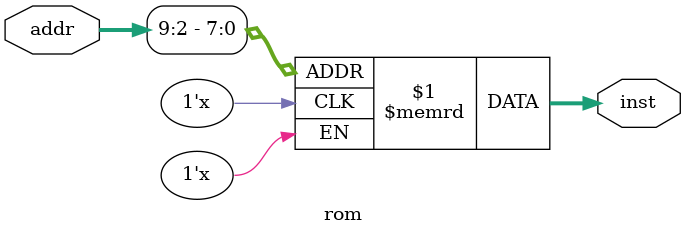
<source format=v>
module rom(
	input wire[31:0] addr,
	output wire[31:0] inst
);

	reg[31:0] data[0:255];

	assign inst = data[addr[9:2]];
endmodule
</source>
